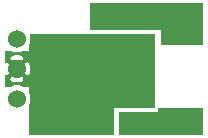
<source format=gbr>
G04 start of page 3 for group 1 idx 1 *
G04 Title: (unknown), solder *
G04 Creator: pcb 20110918 *
G04 CreationDate: Tue 09 Apr 2013 04:13:52 PM GMT UTC *
G04 For: railfan *
G04 Format: Gerber/RS-274X *
G04 PCB-Dimensions: 70000 46000 *
G04 PCB-Coordinate-Origin: lower left *
%MOIN*%
%FSLAX25Y25*%
%LNBOTTOM*%
%ADD28C,0.0380*%
%ADD27C,0.0200*%
%ADD26C,0.0360*%
%ADD25R,0.0700X0.0700*%
%ADD24C,0.0600*%
%ADD23C,0.0001*%
G54D23*G36*
X9113Y29000D02*X9500D01*
Y30915D01*
X9522Y30951D01*
X9793Y31605D01*
X9958Y32294D01*
X10000Y33000D01*
X9958Y33706D01*
X9793Y34395D01*
X9749Y34500D01*
X51500D01*
Y10000D01*
X38000D01*
Y1000D01*
X9500D01*
Y10915D01*
X9522Y10951D01*
X9793Y11605D01*
X9958Y12294D01*
X10000Y13000D01*
X9958Y13706D01*
X9793Y14395D01*
X9522Y15049D01*
X9500Y15085D01*
Y17000D01*
X9113D01*
Y20853D01*
X9156Y20860D01*
X9268Y20897D01*
X9373Y20952D01*
X9468Y21022D01*
X9551Y21106D01*
X9619Y21202D01*
X9670Y21308D01*
X9818Y21716D01*
X9922Y22137D01*
X9984Y22567D01*
X10005Y23000D01*
X9984Y23433D01*
X9922Y23863D01*
X9818Y24284D01*
X9675Y24694D01*
X9622Y24800D01*
X9553Y24896D01*
X9470Y24981D01*
X9375Y25051D01*
X9269Y25106D01*
X9157Y25143D01*
X9113Y25151D01*
Y29000D01*
G37*
G36*
X5502Y28486D02*X6206Y28542D01*
X6895Y28707D01*
X7549Y28978D01*
X7585Y29000D01*
X9113D01*
Y25151D01*
X9040Y25163D01*
X8921Y25164D01*
X8804Y25146D01*
X8691Y25110D01*
X8585Y25057D01*
X8488Y24988D01*
X8404Y24905D01*
X8333Y24809D01*
X8279Y24704D01*
X8241Y24592D01*
X8222Y24475D01*
X8221Y24356D01*
X8239Y24239D01*
X8277Y24126D01*
X8376Y23855D01*
X8444Y23575D01*
X8486Y23289D01*
X8500Y23000D01*
X8486Y22711D01*
X8444Y22425D01*
X8376Y22145D01*
X8280Y21872D01*
X8242Y21761D01*
X8225Y21644D01*
X8225Y21526D01*
X8245Y21409D01*
X8282Y21297D01*
X8336Y21193D01*
X8406Y21098D01*
X8491Y21015D01*
X8587Y20946D01*
X8692Y20893D01*
X8805Y20857D01*
X8921Y20840D01*
X9039Y20841D01*
X9113Y20853D01*
Y17000D01*
X7585D01*
X7549Y17022D01*
X6895Y17293D01*
X6206Y17458D01*
X5502Y17514D01*
Y18495D01*
X5933Y18516D01*
X6363Y18578D01*
X6784Y18682D01*
X7194Y18825D01*
X7300Y18878D01*
X7396Y18947D01*
X7481Y19030D01*
X7551Y19125D01*
X7606Y19231D01*
X7643Y19343D01*
X7663Y19460D01*
X7664Y19579D01*
X7646Y19696D01*
X7610Y19809D01*
X7557Y19915D01*
X7488Y20012D01*
X7405Y20096D01*
X7309Y20167D01*
X7204Y20221D01*
X7092Y20259D01*
X6975Y20278D01*
X6856Y20279D01*
X6739Y20261D01*
X6626Y20223D01*
X6355Y20124D01*
X6075Y20056D01*
X5789Y20014D01*
X5502Y20000D01*
Y26000D01*
X5789Y25986D01*
X6075Y25944D01*
X6355Y25876D01*
X6628Y25780D01*
X6739Y25742D01*
X6856Y25725D01*
X6974Y25725D01*
X7091Y25745D01*
X7203Y25782D01*
X7307Y25836D01*
X7402Y25906D01*
X7485Y25991D01*
X7554Y26087D01*
X7607Y26192D01*
X7643Y26305D01*
X7660Y26421D01*
X7659Y26539D01*
X7640Y26656D01*
X7603Y26768D01*
X7548Y26873D01*
X7478Y26968D01*
X7394Y27051D01*
X7298Y27119D01*
X7192Y27170D01*
X6784Y27318D01*
X6363Y27422D01*
X5933Y27484D01*
X5502Y27505D01*
Y28486D01*
G37*
G36*
X1500Y17000D02*Y21050D01*
X1530Y21019D01*
X1625Y20949D01*
X1731Y20894D01*
X1843Y20857D01*
X1960Y20837D01*
X2079Y20836D01*
X2196Y20854D01*
X2309Y20890D01*
X2415Y20943D01*
X2512Y21012D01*
X2596Y21095D01*
X2667Y21191D01*
X2721Y21296D01*
X2759Y21408D01*
X2778Y21525D01*
X2779Y21644D01*
X2761Y21761D01*
X2723Y21874D01*
X2624Y22145D01*
X2556Y22425D01*
X2514Y22711D01*
X2500Y23000D01*
X2514Y23289D01*
X2556Y23575D01*
X2624Y23855D01*
X2720Y24128D01*
X2758Y24239D01*
X2775Y24356D01*
X2775Y24474D01*
X2755Y24591D01*
X2718Y24703D01*
X2664Y24807D01*
X2594Y24902D01*
X2509Y24985D01*
X2413Y25054D01*
X2308Y25107D01*
X2195Y25143D01*
X2079Y25160D01*
X1961Y25159D01*
X1844Y25140D01*
X1732Y25103D01*
X1627Y25048D01*
X1532Y24978D01*
X1500Y24945D01*
Y29000D01*
X3415D01*
X3451Y28978D01*
X4105Y28707D01*
X4794Y28542D01*
X5500Y28486D01*
X5502Y28486D01*
Y27505D01*
X5500Y27505D01*
X5067Y27484D01*
X4637Y27422D01*
X4216Y27318D01*
X3806Y27175D01*
X3700Y27122D01*
X3604Y27053D01*
X3519Y26970D01*
X3449Y26875D01*
X3394Y26769D01*
X3357Y26657D01*
X3337Y26540D01*
X3336Y26421D01*
X3354Y26304D01*
X3390Y26191D01*
X3443Y26085D01*
X3512Y25988D01*
X3595Y25904D01*
X3691Y25833D01*
X3796Y25779D01*
X3908Y25741D01*
X4025Y25722D01*
X4144Y25721D01*
X4261Y25739D01*
X4374Y25777D01*
X4645Y25876D01*
X4925Y25944D01*
X5211Y25986D01*
X5500Y26000D01*
X5502Y26000D01*
Y20000D01*
X5500Y20000D01*
X5211Y20014D01*
X4925Y20056D01*
X4645Y20124D01*
X4372Y20220D01*
X4261Y20258D01*
X4144Y20275D01*
X4026Y20275D01*
X3909Y20255D01*
X3797Y20218D01*
X3693Y20164D01*
X3598Y20094D01*
X3515Y20009D01*
X3446Y19913D01*
X3393Y19808D01*
X3357Y19695D01*
X3340Y19579D01*
X3341Y19461D01*
X3360Y19344D01*
X3397Y19232D01*
X3452Y19127D01*
X3522Y19032D01*
X3606Y18949D01*
X3702Y18881D01*
X3808Y18830D01*
X4216Y18682D01*
X4637Y18578D01*
X5067Y18516D01*
X5500Y18495D01*
X5502Y18495D01*
Y17514D01*
X5500Y17514D01*
X4794Y17458D01*
X4105Y17293D01*
X3451Y17022D01*
X3415Y17000D01*
X1500D01*
G37*
G36*
X30000Y36000D02*Y45000D01*
X67500D01*
Y36000D01*
X30000D01*
G37*
G36*
X39500Y1000D02*Y8500D01*
X67500D01*
Y1000D01*
X39500D01*
G37*
G36*
X67500Y45000D02*Y31000D01*
X53500D01*
Y45000D01*
X67500D01*
G37*
G36*
X52500Y10000D02*X67500D01*
Y1000D01*
X52500D01*
Y10000D01*
G37*
G54D24*X5500Y13000D03*
Y23000D03*
Y33000D03*
G54D25*X43000Y4500D02*X50000D01*
X43000Y41500D02*X50000D01*
G54D26*X44000Y32000D03*
X39000D03*
X49000D03*
X44000Y27000D03*
X32500Y38500D03*
X36500Y42500D03*
X32500D03*
X65500D03*
Y38000D03*
X61500D03*
X65500Y33500D03*
X61500D03*
Y42500D03*
X44000Y22000D03*
X36000Y5500D03*
X32500Y7500D03*
Y3500D03*
X59000Y7000D03*
X60000Y3000D03*
X56000Y4000D03*
G54D27*G54D28*M02*

</source>
